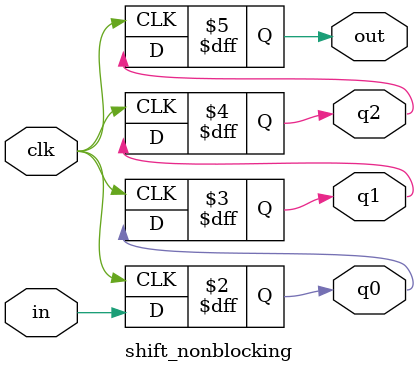
<source format=v>
`timescale 1ns / 1ps


module shift_nonblocking(q0, q1, q2, out, in, clk);
input in, clk;
output reg q0, q1, q2, out; 


always@(posedge clk)
begin
    q0  <= in;
    q1  <= q0;
    q2  <= q1;
    out <= q2;
end 
endmodule

</source>
